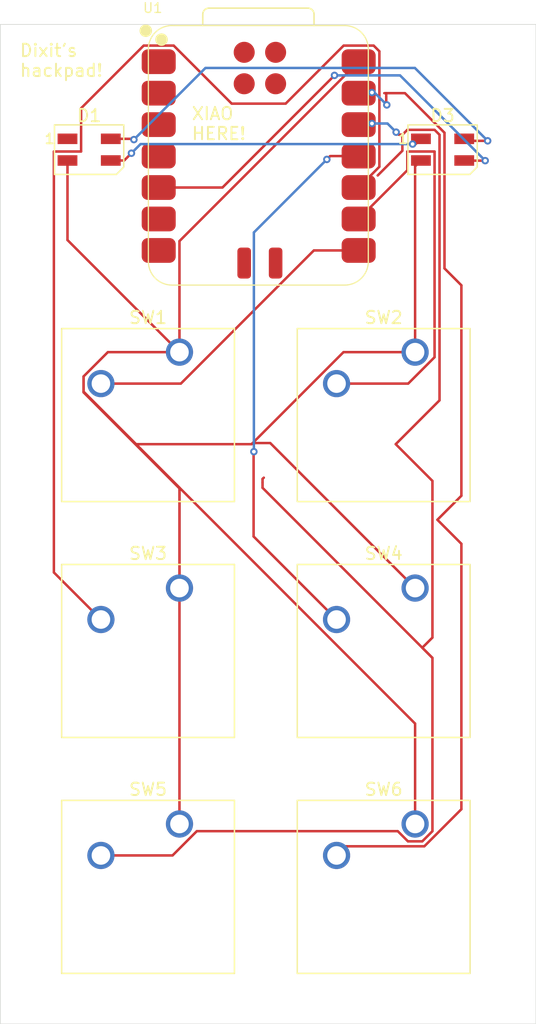
<source format=kicad_pcb>
(kicad_pcb (version 20241229) (generator "pcbnew") (generator_version "9.0")
  (layers (0 "F.Cu" signal) (2 "B.Cu" signal) (13 "F.Paste" user) (15 "B.Paste" user) (5 "F.SilkS" user "F.Silkscreen") (7 "B.SilkS" user "B.Silkscreen") (1 "F.Mask" user) (3 "B.Mask" user) (25 "Edge.Cuts" user))
  (net 0 "")
  (net 1 "GND")
  (net 2 "+5V")
  (net 3 "Net-(D1-DIN)")
  (net 5 "Net-(D3-DIN)")
  (net 6 "Net-(U1-GPIO1{slash}RX)")
  (net 7 "Net-(U1-GPIO2{slash}SCK)")
  (net 8 "Net-(U1-GPIO4{slash}MISO)")
  (net 9 "Net-(U1-GPIO3{slash}MOSI)")
  (net 10 "Net-(U1-3V3)")
  (net 11 "Net-(U1-GND)")
  (footprint "Button_Switch_Keyboard:SW_Cherry_MX_1.00u_PCB" (layer "F.Cu") (at 123.98375 154.46375)
    (property "Reference" "SW5" (at -2.54 -2.794 0) (layer "F.SilkS"))
    (property "Value" "SW_Push")
    (fp_line (start -9.525 -1.905) (end 4.445 -1.905) (stroke (width 0.12)) (layer "F.SilkS"))
    (fp_line (start -9.525 12.065) (end -9.525 -1.905) (stroke (width 0.12)) (layer "F.SilkS"))
    (fp_line (start 4.445 -1.905) (end 4.445 12.065) (stroke (width 0.12)) (layer "F.SilkS"))
    (fp_line (start 4.445 12.065) (end -9.525 12.065) (stroke (width 0.12)) (layer "F.SilkS"))
    (pad "" np_thru_hole circle (at -7.62 5.08) (size 1.7 1.7) (drill 1.7) (layers "*.Cu" "*.Mask"))
    (pad "" np_thru_hole circle (at -2.54 5.08) (size 4 4) (drill 4) (layers "*.Cu" "*.Mask"))
    (pad "" np_thru_hole circle (at 2.54 5.08) (size 1.7 1.7) (drill 1.7) (layers "*.Cu" "*.Mask"))
    (pad "1" thru_hole circle (at 0 0) (size 2.2 2.2) (drill 1.5) (layers "*.Cu" "*.Mask") (net 1 "GND"))
    (pad "2" thru_hole circle (at -6.35 2.54) (size 2.2 2.2) (drill 1.5) (layers "*.Cu" "*.Mask") (net 10 "Net-(U1-3V3)"))
  )
  (footprint "LED_SMD:LED_SK6812MINI_PLCC4_3.5x3.5mm_P1.75mm" (layer "F.Cu") (at 145.25625 100.0125)
    (property "Reference" "D3" (at 0 -2.75 0) (layer "F.SilkS"))
    (property "Value" "SK6812MINI")
    (fp_line (start -2.8 -2) (end -2.8 2) (stroke (width 0.12)) (layer "F.SilkS"))
    (fp_line (start -2.8 -2) (end 2.8 -2) (stroke (width 0.12)) (layer "F.SilkS"))
    (fp_line (start -2.8 2) (end 2.2 2) (stroke (width 0.12)) (layer "F.SilkS"))
    (fp_line (start 2.8 1.4) (end 2.2 2) (stroke (width 0.12)) (layer "F.SilkS"))
    (fp_line (start 2.8 1.4) (end 2.8 -2) (stroke (width 0.12)) (layer "F.SilkS"))
    (fp_text user "1" (at -3.2 -0.875 0) (layer "F.SilkS") (effects (font (size 0.8 0.8))))
    (pad "1" smd rect (at -1.75 -0.875) (size 1.6 0.85) (layers "F.Cu" "F.Mask" "F.Paste") (net 3 "Net-(D1-DIN)"))
    (pad "2" smd rect (at -1.75 0.875) (size 1.6 0.85) (layers "F.Cu" "F.Mask" "F.Paste") (net 1 "GND"))
    (pad "3" smd rect (at 1.75 0.875) (size 1.6 0.85) (layers "F.Cu" "F.Mask" "F.Paste") (net 5 "Net-(D3-DIN)"))
    (pad "4" smd rect (at 1.75 -0.875) (size 1.6 0.85) (layers "F.Cu" "F.Mask" "F.Paste") (net 2 "+5V"))
  )
  (footprint "Button_Switch_Keyboard:SW_Cherry_MX_1.00u_PCB" (layer "F.Cu") (at 123.98375 116.36375)
    (property "Reference" "SW1" (at -2.54 -2.794 0) (layer "F.SilkS"))
    (property "Value" "SW_Push")
    (fp_line (start -9.525 -1.905) (end 4.445 -1.905) (stroke (width 0.12)) (layer "F.SilkS"))
    (fp_line (start -9.525 12.065) (end -9.525 -1.905) (stroke (width 0.12)) (layer "F.SilkS"))
    (fp_line (start 4.445 -1.905) (end 4.445 12.065) (stroke (width 0.12)) (layer "F.SilkS"))
    (fp_line (start 4.445 12.065) (end -9.525 12.065) (stroke (width 0.12)) (layer "F.SilkS"))
    (pad "" np_thru_hole circle (at -7.62 5.08) (size 1.7 1.7) (drill 1.7) (layers "*.Cu" "*.Mask"))
    (pad "" np_thru_hole circle (at -2.54 5.08) (size 4 4) (drill 4) (layers "*.Cu" "*.Mask"))
    (pad "" np_thru_hole circle (at 2.54 5.08) (size 1.7 1.7) (drill 1.7) (layers "*.Cu" "*.Mask"))
    (pad "1" thru_hole circle (at 0 0) (size 2.2 2.2) (drill 1.5) (layers "*.Cu" "*.Mask") (net 1 "GND"))
    (pad "2" thru_hole circle (at -6.35 2.54) (size 2.2 2.2) (drill 1.5) (layers "*.Cu" "*.Mask") (net 6 "Net-(U1-GPIO1{slash}RX)"))
  )
  (footprint "Button_Switch_Keyboard:SW_Cherry_MX_1.00u_PCB" (layer "F.Cu") (at 123.98375 135.41375)
    (property "Reference" "SW3" (at -2.54 -2.794 0) (layer "F.SilkS"))
    (property "Value" "SW_Push")
    (fp_line (start -9.525 -1.905) (end 4.445 -1.905) (stroke (width 0.12)) (layer "F.SilkS"))
    (fp_line (start -9.525 12.065) (end -9.525 -1.905) (stroke (width 0.12)) (layer "F.SilkS"))
    (fp_line (start 4.445 -1.905) (end 4.445 12.065) (stroke (width 0.12)) (layer "F.SilkS"))
    (fp_line (start 4.445 12.065) (end -9.525 12.065) (stroke (width 0.12)) (layer "F.SilkS"))
    (pad "" np_thru_hole circle (at -7.62 5.08) (size 1.7 1.7) (drill 1.7) (layers "*.Cu" "*.Mask"))
    (pad "" np_thru_hole circle (at -2.54 5.08) (size 4 4) (drill 4) (layers "*.Cu" "*.Mask"))
    (pad "" np_thru_hole circle (at 2.54 5.08) (size 1.7 1.7) (drill 1.7) (layers "*.Cu" "*.Mask"))
    (pad "1" thru_hole circle (at 0 0) (size 2.2 2.2) (drill 1.5) (layers "*.Cu" "*.Mask") (net 1 "GND"))
    (pad "2" thru_hole circle (at -6.35 2.54) (size 2.2 2.2) (drill 1.5) (layers "*.Cu" "*.Mask") (net 8 "Net-(U1-GPIO4{slash}MISO)"))
  )
  (footprint "Button_Switch_Keyboard:SW_Cherry_MX_1.00u_PCB" (layer "F.Cu") (at 143.03375 154.46375)
    (property "Reference" "SW6" (at -2.54 -2.794 0) (layer "F.SilkS"))
    (property "Value" "SW_Push")
    (fp_line (start -9.525 -1.905) (end 4.445 -1.905) (stroke (width 0.12)) (layer "F.SilkS"))
    (fp_line (start -9.525 12.065) (end -9.525 -1.905) (stroke (width 0.12)) (layer "F.SilkS"))
    (fp_line (start 4.445 -1.905) (end 4.445 12.065) (stroke (width 0.12)) (layer "F.SilkS"))
    (fp_line (start 4.445 12.065) (end -9.525 12.065) (stroke (width 0.12)) (layer "F.SilkS"))
    (pad "" np_thru_hole circle (at -7.62 5.08) (size 1.7 1.7) (drill 1.7) (layers "*.Cu" "*.Mask"))
    (pad "" np_thru_hole circle (at -2.54 5.08) (size 4 4) (drill 4) (layers "*.Cu" "*.Mask"))
    (pad "" np_thru_hole circle (at 2.54 5.08) (size 1.7 1.7) (drill 1.7) (layers "*.Cu" "*.Mask"))
    (pad "1" thru_hole circle (at 0 0) (size 2.2 2.2) (drill 1.5) (layers "*.Cu" "*.Mask") (net 1 "GND"))
    (pad "2" thru_hole circle (at -6.35 2.54) (size 2.2 2.2) (drill 1.5) (layers "*.Cu" "*.Mask") (net 11 "Net-(U1-GND)"))
  )
  (footprint "Button_Switch_Keyboard:SW_Cherry_MX_1.00u_PCB" (layer "F.Cu") (at 143.03375 135.41375)
    (property "Reference" "SW4" (at -2.54 -2.794 0) (layer "F.SilkS"))
    (property "Value" "SW_Push")
    (fp_line (start -9.525 -1.905) (end 4.445 -1.905) (stroke (width 0.12)) (layer "F.SilkS"))
    (fp_line (start -9.525 12.065) (end -9.525 -1.905) (stroke (width 0.12)) (layer "F.SilkS"))
    (fp_line (start 4.445 -1.905) (end 4.445 12.065) (stroke (width 0.12)) (layer "F.SilkS"))
    (fp_line (start 4.445 12.065) (end -9.525 12.065) (stroke (width 0.12)) (layer "F.SilkS"))
    (pad "" np_thru_hole circle (at -7.62 5.08) (size 1.7 1.7) (drill 1.7) (layers "*.Cu" "*.Mask"))
    (pad "" np_thru_hole circle (at -2.54 5.08) (size 4 4) (drill 4) (layers "*.Cu" "*.Mask"))
    (pad "" np_thru_hole circle (at 2.54 5.08) (size 1.7 1.7) (drill 1.7) (layers "*.Cu" "*.Mask"))
    (pad "1" thru_hole circle (at 0 0) (size 2.2 2.2) (drill 1.5) (layers "*.Cu" "*.Mask") (net 1 "GND"))
    (pad "2" thru_hole circle (at -6.35 2.54) (size 2.2 2.2) (drill 1.5) (layers "*.Cu" "*.Mask") (net 9 "Net-(U1-GPIO3{slash}MOSI)"))
  )
  (footprint "LED_SMD:LED_SK6812MINI_PLCC4_3.5x3.5mm_P1.75mm" (layer "F.Cu") (at 116.68125 100.0125)
    (property "Reference" "D1" (at 0 -2.75 0) (layer "F.SilkS"))
    (property "Value" "SK6812MINI")
    (fp_line (start -2.8 -2) (end -2.8 2) (stroke (width 0.12)) (layer "F.SilkS"))
    (fp_line (start -2.8 -2) (end 2.8 -2) (stroke (width 0.12)) (layer "F.SilkS"))
    (fp_line (start -2.8 2) (end 2.2 2) (stroke (width 0.12)) (layer "F.SilkS"))
    (fp_line (start 2.8 1.4) (end 2.2 2) (stroke (width 0.12)) (layer "F.SilkS"))
    (fp_line (start 2.8 1.4) (end 2.8 -2) (stroke (width 0.12)) (layer "F.SilkS"))
    (fp_text user "1" (at -3.2 -0.875 0) (layer "F.SilkS") (effects (font (size 0.8 0.8))))
    (pad "1" smd rect (at -1.75 -0.875) (size 1.6 0.85) (layers "F.Cu" "F.Mask" "F.Paste"))
    (pad "2" smd rect (at -1.75 0.875) (size 1.6 0.85) (layers "F.Cu" "F.Mask" "F.Paste") (net 1 "GND"))
    (pad "3" smd rect (at 1.75 0.875) (size 1.6 0.85) (layers "F.Cu" "F.Mask" "F.Paste") (net 3 "Net-(D1-DIN)"))
    (pad "4" smd rect (at 1.75 -0.875) (size 1.6 0.85) (layers "F.Cu" "F.Mask" "F.Paste") (net 2 "+5V"))
  )
  (footprint "Button_Switch_Keyboard:SW_Cherry_MX_1.00u_PCB" (layer "F.Cu") (at 143.03375 116.36375)
    (property "Reference" "SW2" (at -2.54 -2.794 0) (layer "F.SilkS"))
    (property "Value" "SW_Push")
    (fp_line (start -9.525 -1.905) (end 4.445 -1.905) (stroke (width 0.12)) (layer "F.SilkS"))
    (fp_line (start -9.525 12.065) (end -9.525 -1.905) (stroke (width 0.12)) (layer "F.SilkS"))
    (fp_line (start 4.445 -1.905) (end 4.445 12.065) (stroke (width 0.12)) (layer "F.SilkS"))
    (fp_line (start 4.445 12.065) (end -9.525 12.065) (stroke (width 0.12)) (layer "F.SilkS"))
    (pad "" np_thru_hole circle (at -7.62 5.08) (size 1.7 1.7) (drill 1.7) (layers "*.Cu" "*.Mask"))
    (pad "" np_thru_hole circle (at -2.54 5.08) (size 4 4) (drill 4) (layers "*.Cu" "*.Mask"))
    (pad "" np_thru_hole circle (at 2.54 5.08) (size 1.7 1.7) (drill 1.7) (layers "*.Cu" "*.Mask"))
    (pad "1" thru_hole circle (at 0 0) (size 2.2 2.2) (drill 1.5) (layers "*.Cu" "*.Mask") (net 1 "GND"))
    (pad "2" thru_hole circle (at -6.35 2.54) (size 2.2 2.2) (drill 1.5) (layers "*.Cu" "*.Mask") (net 7 "Net-(U1-GPIO2{slash}SCK)"))
  )
  (footprint "OPL:XIAO-RP2040-SMD" (layer "F.Cu") (at 130.3045 100.53025)
    (property "Reference" "U1" (at -9.335 -11.5 0) (layer "F.SilkS") (effects (font (size 0.78232 0.78232) (thickness 0.10668)) (justify left bottom)))
    (property "Value" "XIAO-RP2040-DIP")
    (fp_line (start -8.835 8.513) (end -8.835 -8.632) (stroke (width 0.1)) (layer "F.SilkS"))
    (fp_line (start -6.93 10.418) (end 7.04 10.418) (stroke (width 0.1)) (layer "F.SilkS"))
    (fp_line (start -4.44 -10.537) (end -4.436272 -11.447272) (stroke (width 0.127)) (layer "F.SilkS"))
    (fp_line (start -3.936272 -11.947) (end 4.059 -11.947) (stroke (width 0.127)) (layer "F.SilkS"))
    (fp_line (start 4.559 -11.447) (end 4.559 -10.537) (stroke (width 0.127)) (layer "F.SilkS"))
    (fp_line (start 7.04 -10.537) (end -6.93 -10.537) (stroke (width 0.1)) (layer "F.SilkS"))
    (fp_line (start 8.945 8.513) (end 8.945 -8.632) (stroke (width 0.1)) (layer "F.SilkS"))
    (fp_arc (start -8.835 -8.636) (mid -8.277038 -9.983038) (end -6.93 -10.541) (stroke (width 0.1)) (layer "F.SilkS"))
    (fp_arc (start -6.93 10.418) (mid -8.277038 9.860038) (end -8.835 8.513) (stroke (width 0.1)) (layer "F.SilkS"))
    (fp_arc (start -4.436272 -11.447272) (mid -4.289724 -11.800644) (end -3.936272 -11.947) (stroke (width 0.127)) (layer "F.SilkS"))
    (fp_arc (start 4.059 -11.947) (mid 4.412553 -11.800553) (end 4.559 -11.447) (stroke (width 0.127)) (layer "F.SilkS"))
    (fp_arc (start 7.04 -10.537) (mid 8.387038 -9.979038) (end 8.945 -8.632) (stroke (width 0.1)) (layer "F.SilkS"))
    (fp_arc (start 8.945 8.513) (mid 8.387038 9.860038) (end 7.04 10.418) (stroke (width 0.1)) (layer "F.SilkS"))
    (fp_circle (center -9.045 -10.121) (end -9.045 -10.375) (stroke (width 0.5)) (fill yes) (layer "F.SilkS"))
    (fp_circle (center -7.771 -9.404) (end -7.771 -9.658) (stroke (width 0.5)) (fill yes) (layer "F.SilkS"))
    (pad "1" smd roundrect (at -8 -7.62) (size 2.75 2) (layers "F.Cu" "F.Mask" "F.Paste"))
    (pad "2" smd roundrect (at -8 -5.08) (size 2.75 2) (layers "F.Cu" "F.Mask" "F.Paste"))
    (pad "3" smd roundrect (at -8 -2.54) (size 2.75 2) (layers "F.Cu" "F.Mask" "F.Paste"))
    (pad "4" smd roundrect (at -8 0) (size 2.75 2) (layers "F.Cu" "F.Mask" "F.Paste"))
    (pad "5" smd roundrect (at -8 2.54) (size 2.75 2) (layers "F.Cu" "F.Mask" "F.Paste") (net 5 "Net-(D3-DIN)"))
    (pad "6" smd roundrect (at -8 5.08) (size 2.75 2) (layers "F.Cu" "F.Mask" "F.Paste"))
    (pad "7" smd roundrect (at -8 7.62) (size 2.75 2) (layers "F.Cu" "F.Mask" "F.Paste"))
    (pad "8" smd roundrect (at 8.165 7.62) (size 2.75 2) (layers "F.Cu" "F.Mask" "F.Paste") (net 6 "Net-(U1-GPIO1{slash}RX)"))
    (pad "9" smd roundrect (at 8.165 5.08) (size 2.75 2) (layers "F.Cu" "F.Mask" "F.Paste") (net 7 "Net-(U1-GPIO2{slash}SCK)"))
    (pad "10" smd roundrect (at 8.165 2.54) (size 2.75 2) (layers "F.Cu" "F.Mask" "F.Paste") (net 8 "Net-(U1-GPIO4{slash}MISO)"))
    (pad "11" smd roundrect (at 8.165 0) (size 2.75 2) (layers "F.Cu" "F.Mask" "F.Paste") (net 9 "Net-(U1-GPIO3{slash}MOSI)"))
    (pad "12" smd roundrect (at 8.165 -2.54) (size 2.75 2) (layers "F.Cu" "F.Mask" "F.Paste") (net 10 "Net-(U1-3V3)"))
    (pad "13" smd roundrect (at 8.165 -5.08) (size 2.75 2) (layers "F.Cu" "F.Mask" "F.Paste") (net 11 "Net-(U1-GND)"))
    (pad "14" smd roundrect (at 8.165 -7.62) (size 2.75 2) (layers "F.Cu" "F.Mask" "F.Paste") (net 1 "GND"))
    (pad "15" smd roundrect (at -1.088 8.64 270) (size 2.5 1.1) (layers "F.Cu" "F.Mask" "F.Paste"))
    (pad "16" smd roundrect (at 1.452 8.64 270) (size 2.5 1.1) (layers "F.Cu" "F.Mask" "F.Paste"))
    (pad "17" smd circle (at -1.088 -8.378) (size 1.7 1.7) (layers "F.Cu" "F.Mask" "F.Paste"))
    (pad "18" smd circle (at 1.452 -8.378) (size 1.7 1.7) (layers "F.Cu" "F.Mask" "F.Paste"))
    (pad "19" smd circle (at -1.088 -5.838) (size 1.7 1.7) (layers "F.Cu" "F.Mask" "F.Paste"))
    (pad "20" smd circle (at 1.452 -5.838) (size 1.7 1.7) (layers "F.Cu" "F.Mask" "F.Paste"))
  )
  (gr_rect (start 109.5 89.9) (end 152.8 170.6) (stroke (width 0.05)) (fill no) (layer "Edge.Cuts"))
  (gr_text "Dixit's \nhackpad!" (at 111 94.2 0) (layer "F.SilkS") (effects (font (size 1 1)) (justify left bottom)))
  (gr_text "XIAO\nHERE!" (at 124.9 99.3 0) (layer "F.SilkS") (effects (font (size 1 1)) (justify left bottom)))
  (segment (start 116.23275 119.557566) (end 120.469934 123.79475) (width 0.2) (layer "F.Cu") (net 1))
  (segment (start 123.98375 127.308566) (end 123.98375 135.41375) (width 0.2) (layer "F.Cu") (net 1))
  (segment (start 137.242436 116.36375) (end 143.03375 116.36375) (width 0.2) (layer "F.Cu") (net 1))
  (segment (start 124.03625 116.36375) (end 124.1 116.3) (width 0.2) (layer "F.Cu") (net 1))
  (segment (start 143.03375 116.36375) (end 143.03375 101.36) (width 0.2) (layer "F.Cu") (net 1))
  (segment (start 129.811436 123.79475) (end 129.903093 123.703093) (width 0.2) (layer "F.Cu") (net 1))
  (segment (start 124.03625 116.36375) (end 123.98375 116.36375) (width 0.2) (layer "F.Cu") (net 1))
  (segment (start 123.98375 116.36375) (end 118.192436 116.36375) (width 0.2) (layer "F.Cu") (net 1))
  (segment (start 143.03375 135.41375) (end 131.323093 123.703093) (width 0.2) (layer "F.Cu") (net 1))
  (segment (start 123.98375 116.36375) (end 123.93625 116.36375) (width 0.2) (layer "F.Cu") (net 1))
  (segment (start 118.192436 116.36375) (end 116.23275 118.323436) (width 0.2) (layer "F.Cu") (net 1))
  (segment (start 143.03375 146.358566) (end 143.03375 154.46375) (width 0.2) (layer "F.Cu") (net 1))
  (segment (start 123.98375 135.41375) (end 123.08625 135.41375) (width 0.2) (layer "F.Cu") (net 1))
  (segment (start 116.23275 119.557566) (end 143.03375 146.358566) (width 0.2) (layer "F.Cu") (net 1))
  (segment (start 116.23275 119.557566) (end 123.98375 127.308566) (width 0.2) (layer "F.Cu") (net 1))
  (segment (start 143.03375 116.46625) (end 143.03375 116.36375) (width 0.2) (layer "F.Cu") (net 1))
  (segment (start 124.2 135.2) (end 124.2 135.4) (width 0.2) (layer "F.Cu") (net 1))
  (segment (start 124.2 135.4) (end 124.18625 135.41375) (width 0.2) (layer "F.Cu") (net 1))
  (segment (start 123.98375 127.36528) (end 123.98375 154.46375) (width 0.2) (layer "F.Cu") (net 1))
  (segment (start 124.18625 135.41375) (end 123.98375 135.41375) (width 0.2) (layer "F.Cu") (net 1))
  (segment (start 123.98375 107.396) (end 138.4695 92.91025) (width 0.2) (layer "F.Cu") (net 1))
  (segment (start 143.03375 116.46625) (end 143 116.5) (width 0.2) (layer "F.Cu") (net 1))
  (segment (start 116.23275 119.61428) (end 123.98375 127.36528) (width 0.2) (layer "F.Cu") (net 1))
  (segment (start 143.03375 101.36) (end 143.50625 100.8875) (width 0.2) (layer "F.Cu") (net 1))
  (segment (start 123.93625 116.36375) (end 123.8 116.5) (width 0.2) (layer "F.Cu") (net 1))
  (segment (start 114.93125 107.31125) (end 114.93125 100.8875) (width 0.2) (layer "F.Cu") (net 1))
  (segment (start 120.469934 123.79475) (end 129.811436 123.79475) (width 0.2) (layer "F.Cu") (net 1))
  (segment (start 143.03375 116.36375) (end 143.03375 116.16625) (width 0.2) (layer "F.Cu") (net 1))
  (segment (start 116.23275 118.323436) (end 116.23275 119.61428) (width 0.2) (layer "F.Cu") (net 1))
  (segment (start 123.98375 116.36375) (end 123.98375 107.396) (width 0.2) (layer "F.Cu") (net 1))
  (segment (start 129.903093 123.703093) (end 137.242436 116.36375) (width 0.2) (layer "F.Cu") (net 1))
  (segment (start 131.323093 123.703093) (end 129.903093 123.703093) (width 0.2) (layer "F.Cu") (net 1))
  (segment (start 123.98375 116.36375) (end 114.93125 107.31125) (width 0.2) (layer "F.Cu") (net 1))
  (segment (start 116.23275 118.323436) (end 116.23275 119.557566) (width 0.2) (layer "F.Cu") (net 1))
  (segment (start 147.16875 99.3) (end 147.00625 99.1375) (width 0.2) (layer "F.Cu") (net 2))
  (segment (start 148.9 99.3) (end 147.16875 99.3) (width 0.2) (layer "F.Cu") (net 2))
  (segment (start 120.2375 99.1375) (end 120.3 99.2) (width 0.2) (layer "F.Cu") (net 2))
  (segment (start 118.43125 99.1375) (end 120.2375 99.1375) (width 0.2) (layer "F.Cu") (net 2))
  (via (at 120.3 99.2) (size 0.6) (drill 0.3) (layers "F.Cu" "B.Cu") (net 2))
  (via (at 148.9 99.3) (size 0.6) (drill 0.3) (layers "F.Cu" "B.Cu") (net 2))
  (segment (start 143.01461 93.41461) (end 148.9 99.3) (width 0.2) (layer "B.Cu") (net 2))
  (segment (start 126.08539 93.41461) (end 143.01461 93.41461) (width 0.2) (layer "B.Cu") (net 2))
  (segment (start 120.3 99.2) (end 126.08539 93.41461) (width 0.2) (layer "B.Cu") (net 2))
  (segment (start 142.832604 99.5615) (end 143.08225 99.5615) (width 0.2) (layer "F.Cu") (net 3))
  (segment (start 143.08225 99.5615) (end 143.50625 99.1375) (width 0.2) (layer "F.Cu") (net 3))
  (segment (start 119.5125 100.8875) (end 120.1 100.3) (width 0.2) (layer "F.Cu") (net 3))
  (segment (start 118.43125 100.8875) (end 119.5125 100.8875) (width 0.2) (layer "F.Cu") (net 3))
  (via (at 142.832604 99.5615) (size 0.6) (drill 0.3) (layers "F.Cu" "B.Cu") (net 3))
  (via (at 120.1 100.3) (size 0.6) (drill 0.3) (layers "F.Cu" "B.Cu") (net 3))
  (segment (start 120.8385 99.5615) (end 142.832604 99.5615) (width 0.2) (layer "B.Cu") (net 3))
  (segment (start 120.1 100.3) (end 120.8385 99.5615) (width 0.2) (layer "B.Cu") (net 3))
  (segment (start 122.3045 103.07025) (end 127.46097 103.07025) (width 0.2) (layer "F.Cu") (net 5))
  (segment (start 147.01875 100.9) (end 147.00625 100.8875) (width 0.2) (layer "F.Cu") (net 5))
  (segment (start 148.7 100.9) (end 147.01875 100.9) (width 0.2) (layer "F.Cu") (net 5))
  (segment (start 127.46097 103.07025) (end 136.51561 94.01561) (width 0.2) (layer "F.Cu") (net 5))
  (via (at 148.7 100.9) (size 0.6) (drill 0.3) (layers "F.Cu" "B.Cu") (net 5))
  (via (at 136.51561 94.01561) (size 0.6) (drill 0.3) (layers "F.Cu" "B.Cu") (net 5))
  (segment (start 141.81561 94.01561) (end 148.7 100.9) (width 0.2) (layer "B.Cu") (net 5))
  (segment (start 136.51561 94.01561) (end 141.81561 94.01561) (width 0.2) (layer "B.Cu") (net 5))
  (segment (start 134.848706 108.15025) (end 138.4695 108.15025) (width 0.2) (layer "F.Cu") (net 6))
  (segment (start 124.095206 118.90375) (end 134.848706 108.15025) (width 0.2) (layer "F.Cu") (net 6))
  (segment (start 117.63375 118.90375) (end 124.095206 118.90375) (width 0.2) (layer "F.Cu") (net 6))
  (segment (start 142.475064 118.90375) (end 144.60725 116.771564) (width 0.2) (layer "F.Cu") (net 7))
  (segment (start 142.40525 100.1615) (end 142.40525 101.6745) (width 0.2) (layer "F.Cu") (net 7))
  (segment (start 144.60725 100.1615) (end 142.40525 100.1615) (width 0.2) (layer "F.Cu") (net 7))
  (segment (start 142.40525 101.6745) (end 138.4695 105.61025) (width 0.2) (layer "F.Cu") (net 7))
  (segment (start 136.68375 118.90375) (end 142.475064 118.90375) (width 0.2) (layer "F.Cu") (net 7))
  (segment (start 144.60725 116.771564) (end 144.60725 100.1615) (width 0.2) (layer "F.Cu") (net 7))
  (segment (start 116.03225 100.1615) (end 116.03225 96.667442) (width 0.2) (layer "F.Cu") (net 8))
  (segment (start 139.683558 91.60925) (end 140.1455 92.071192) (width 0.2) (layer "F.Cu") (net 8))
  (segment (start 128.206325 96.297017) (end 132.567675 96.297017) (width 0.2) (layer "F.Cu") (net 8))
  (segment (start 113.83025 100.1615) (end 116.03225 100.1615) (width 0.2) (layer "F.Cu") (net 8))
  (segment (start 121.090442 91.60925) (end 123.518558 91.60925) (width 0.2) (layer "F.Cu") (net 8))
  (segment (start 117.63375 137.95375) (end 113.83025 134.15025) (width 0.2) (layer "F.Cu") (net 8))
  (segment (start 116.03225 96.667442) (end 121.090442 91.60925) (width 0.2) (layer "F.Cu") (net 8))
  (segment (start 132.567675 96.297017) (end 137.255442 91.60925) (width 0.2) (layer "F.Cu") (net 8))
  (segment (start 137.255442 91.60925) (end 139.683558 91.60925) (width 0.2) (layer "F.Cu") (net 8))
  (segment (start 123.518558 91.60925) (end 128.206325 96.297017) (width 0.2) (layer "F.Cu") (net 8))
  (segment (start 140.1455 101.39425) (end 138.4695 103.07025) (width 0.2) (layer "F.Cu") (net 8))
  (segment (start 113.83025 134.15025) (end 113.83025 100.1615) (width 0.2) (layer "F.Cu") (net 8))
  (segment (start 140.1455 92.071192) (end 140.1455 101.39425) (width 0.2) (layer "F.Cu") (net 8))
  (segment (start 129.977536 124.19575) (end 129.977536 131.247536) (width 0.2) (layer "F.Cu") (net 9))
  (segment (start 130 124.218214) (end 130 124.4) (width 0.2) (layer "F.Cu") (net 9))
  (segment (start 129.977536 124.19575) (end 130 124.218214) (width 0.2) (layer "F.Cu") (net 9))
  (segment (start 135.9 100.8) (end 136.16975 100.53025) (width 0.2) (layer "F.Cu") (net 9))
  (segment (start 129.977536 131.247536) (end 136.68375 137.95375) (width 0.2) (layer "F.Cu") (net 9))
  (segment (start 136.16975 100.53025) (end 138.4695 100.53025) (width 0.2) (layer "F.Cu") (net 9))
  (via (at 135.9 100.8) (size 0.6) (drill 0.3) (layers "F.Cu" "B.Cu") (net 9))
  (via (at 130 124.4) (size 0.6) (drill 0.3) (layers "F.Cu" "B.Cu") (net 9))
  (segment (start 130 106.7) (end 135.9 100.8) (width 0.2) (layer "B.Cu") (net 9))
  (segment (start 130 124.4) (end 130 106.7) (width 0.2) (layer "B.Cu") (net 9))
  (segment (start 144.43475 126.761934) (end 141.467566 123.79475) (width 0.2) (layer "F.Cu") (net 10))
  (segment (start 144.60725 98.4115) (end 142.40525 98.4115) (width 0.2) (layer "F.Cu") (net 10))
  (segment (start 143.614064 140.232534) (end 144.43475 139.411848) (width 0.2) (layer "F.Cu") (net 10))
  (segment (start 142.01675 98.8) (end 142.00425 98.8125) (width 0.2) (layer "F.Cu") (net 10))
  (segment (start 142.00425 98.8125) (end 142.00425 100.1026) (width 0.2) (layer "F.Cu") (net 10))
  (segment (start 144.43475 155.044064) (end 144.43475 141.05322) (width 0.2) (layer "F.Cu") (net 10))
  (segment (start 138.4695 97.99025) (end 139.45525 97.99025) (width 0.2) (layer "F.Cu") (net 10))
  (segment (start 144.43475 139.411848) (end 144.43475 126.761934) (width 0.2) (layer "F.Cu") (net 10))
  (segment (start 130.7 126.9) (end 130.7 126.6) (width 0.2) (layer "F.Cu") (net 10))
  (segment (start 145.00825 98.8125) (end 144.60725 98.4115) (width 0.2) (layer "F.Cu") (net 10))
  (segment (start 141.63275 155.044064) (end 142.453436 155.86475) (width 0.2) (layer "F.Cu") (net 10))
  (segment (start 123.425064 157.00375) (end 125.38475 155.044064) (width 0.2) (layer "F.Cu") (net 10))
  (segment (start 130.7 126.6) (end 130.8 126.5) (width 0.2) (layer "F.Cu") (net 10))
  (segment (start 144.43475 141.05322) (end 130.7 127.31847) (width 0.2) (layer "F.Cu") (net 10))
  (segment (start 145.00825 120.254066) (end 145.00825 98.8125) (width 0.2) (layer "F.Cu") (net 10))
  (segment (start 143.614064 155.86475) (end 144.43475 155.044064) (width 0.2) (layer "F.Cu") (net 10))
  (segment (start 141.7 98.8) (end 142.01675 98.8) (width 0.2) (layer "F.Cu") (net 10))
  (segment (start 142.00425 100.1026) (end 140.010579 102.096271) (width 0.2) (layer "F.Cu") (net 10))
  (segment (start 144.43475 141.05322) (end 143.614064 140.232534) (width 0.2) (layer "F.Cu") (net 10))
  (segment (start 142.40525 98.4115) (end 142.01675 98.8) (width 0.2) (layer "F.Cu") (net 10))
  (segment (start 142.453436 155.86475) (end 143.614064 155.86475) (width 0.2) (layer "F.Cu") (net 10))
  (segment (start 141.467566 123.79475) (end 145.00825 120.254066) (width 0.2) (layer "F.Cu") (net 10))
  (segment (start 117.63375 157.00375) (end 123.425064 157.00375) (width 0.2) (layer "F.Cu") (net 10))
  (segment (start 141.5 98.6) (end 141.7 98.8) (width 0.2) (layer "F.Cu") (net 10))
  (segment (start 125.38475 155.044064) (end 141.63275 155.044064) (width 0.2) (layer "F.Cu") (net 10))
  (segment (start 139.45525 97.99025) (end 139.5455 97.9) (width 0.2) (layer "F.Cu") (net 10))
  (segment (start 130.7 127.31847) (end 130.7 126.9) (width 0.2) (layer "F.Cu") (net 10))
  (via (at 141.5 98.6) (size 0.6) (drill 0.3) (layers "F.Cu" "B.Cu") (net 10))
  (via (at 139.5455 97.9) (size 0.6) (drill 0.3) (layers "F.Cu" "B.Cu") (net 10))
  (segment (start 140.8 97.9) (end 141.5 98.6) (width 0.2) (layer "B.Cu") (net 10))
  (segment (start 139.5455 97.9) (end 140.8 97.9) (width 0.2) (layer "B.Cu") (net 10))
  (segment (start 145.40925 98.6464) (end 142.2131 95.45025) (width 0.2) (layer "F.Cu") (net 11))
  (segment (start 138.4695 95.45025) (end 139.7445 95.45025) (width 0.2) (layer "F.Cu") (net 11))
  (segment (start 139.49525 95.45025) (end 139.5455 95.4) (width 0.2) (layer "F.Cu") (net 11))
  (segment (start 140.7 96.3545) (end 140.7 95.45025) (width 0.2) (layer "F.Cu") (net 11))
  (segment (start 140.7455 96.4) (end 140.7 96.3545) (width 0.2) (layer "F.Cu") (net 11))
  (segment (start 137.42175 156.26575) (end 143.780164 156.26575) (width 0.2) (layer "F.Cu") (net 11))
  (segment (start 140.7 95.45025) (end 140.5465 95.45025) (width 0.2) (layer "F.Cu") (net 11))
  (segment (start 136.68375 157.00375) (end 137.42175 156.26575) (width 0.2) (layer "F.Cu") (net 11))
  (segment (start 143.780164 156.26575) (end 146.77475 153.271164) (width 0.2) (layer "F.Cu") (net 11))
  (segment (start 146.77475 127.961) (end 146.77475 110.9655) (width 0.2) (layer "F.Cu") (net 11))
  (segment (start 138.4695 95.45025) (end 139.49525 95.45025) (width 0.2) (layer "F.Cu") (net 11))
  (segment (start 145.40925 109.6) (end 145.40925 98.6464) (width 0.2) (layer "F.Cu") (net 11))
  (segment (start 144.83575 129.9) (end 146.77475 127.961) (width 0.2) (layer "F.Cu") (net 11))
  (segment (start 146.77475 131.839) (end 144.83575 129.9) (width 0.2) (layer "F.Cu") (net 11))
  (segment (start 146.77475 153.271164) (end 146.77475 131.839) (width 0.2) (layer "F.Cu") (net 11))
  (segment (start 142.2131 95.45025) (end 140.7 95.45025) (width 0.2) (layer "F.Cu") (net 11))
  (segment (start 146.77475 110.9655) (end 145.40925 109.6) (width 0.2) (layer "F.Cu") (net 11))
  (via (at 139.5455 95.4) (size 0.6) (drill 0.3) (layers "F.Cu" "B.Cu") (net 11))
  (via (at 140.7455 96.4) (size 0.6) (drill 0.3) (layers "F.Cu" "B.Cu") (net 11))
  (segment (start 139.5455 95.4) (end 139.7455 95.4) (width 0.2) (layer "B.Cu") (net 11))
  (segment (start 139.7455 95.4) (end 140.7455 96.4) (width 0.2) (layer "B.Cu") (net 11))
)
</source>
